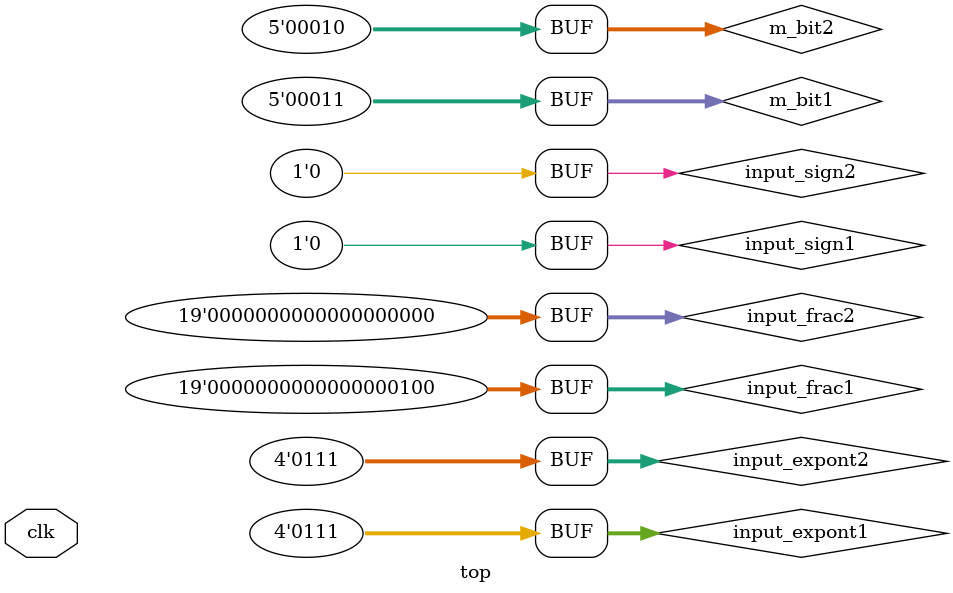
<source format=sv>
`timescale 1ns / 1ps


module top(
    input clk
    );

 // Inputs
    reg [23:0] fp8Binary1;
    reg [23:0] fp8Binary2;
    reg [4:0] m_bit1;
    reg [4:0] m_bit2;
    reg  result_sign;
    reg  [3:0]e_binary;
    reg  [18:0] m_binary;
    reg  [4:0]m_bit_num;
    reg  [4:0]bias;
    reg  [3:0]input_expont1;
    reg  [18:0]input_frac1;
    reg  [3:0]input_expont2;
    reg  [18:0]input_frac2;
    reg  [18:0] time_used;
    reg  sure_cal;
    reg  input_sign1;
    reg  input_sign2;
    
vio_0 vio_instance (
    .clk(clk),                // input wire clk
    .probe_in0(result_sign),    // input wire [0 : 0] probe_in0
    .probe_in1(e_binary),    // input wire [3 : 0] probe_in1
    .probe_in2(m_binary),    // input wire [18 : 0] probe_in2
    .probe_in3(m_bit_num),    // input wire [4 : 0] probe_in3
    .probe_in4(bias),    // input wire [4 : 0] probe_in4
    .probe_in5(time_used),    // input wire [18 : 0] probe_in5
    .probe_out0(input_sign1),  // output wire [0 : 0] probe_out0
    .probe_out1(input_sign2),  // output wire [0 : 0] probe_out1
    .probe_out2(input_expont1),  // output wire [3 : 0] probe_out2
    .probe_out3(input_expont2),  // output wire [3 : 0] probe_out3
    .probe_out4(input_frac1),  // output wire [18 : 0] probe_out4
    .probe_out5(input_frac2),  // output wire [18 : 0] probe_out5
    .probe_out6(m_bit1),  // output wire [4 : 0] probe_out6
    .probe_out7(m_bit2),  // output wire [4 : 0] probe_out7
    .probe_out8(sure_cal)  // output wire [0 : 0] probe_out8
    );
    
    
    
Add1 uut (
        .clk(clk),
        .cal(sure_cal),
        .fp8Binary1(fp8Binary1),
        .fp8Binary2(fp8Binary2),
        .m_bit1(m_bit1),
        .m_bit2(m_bit2),
        .sign_result(result_sign),
        .result_bias(bias),
        .result_exp(e_binary),
        .result_man(m_binary),
        .output_m_bits(m_bit_num),
        .time_period(time_used)
    );

    initial begin
        input_sign1 = 1'b0;
        input_expont1 = 4'b0111;
        input_frac1 = 4;
        m_bit1 = 3;  // 1 bits for the fraction part
        input_sign2 = 1'b0;
        input_expont2 = 4'b0111;
        input_frac2 = 0;
        m_bit2 = 2; 
        fp8Binary1[23] = input_sign1;
        fp8Binary1[22:19] = input_expont1;
        fp8Binary1[18:0] = input_frac1;
        fp8Binary2[23] = input_sign2;
        fp8Binary2[22:19] = input_expont2;
        fp8Binary2[18:0] = input_frac2;

    end


   always @(posedge clk) begin
        fp8Binary1[23] = input_sign1;
        fp8Binary1[22:19] = input_expont1;
        fp8Binary1[18:0] = input_frac1;
        fp8Binary2[23] = input_sign2;
        fp8Binary2[22:19] = input_expont2;
        fp8Binary2[18:0] = input_frac2;
        end
endmodule
</source>
